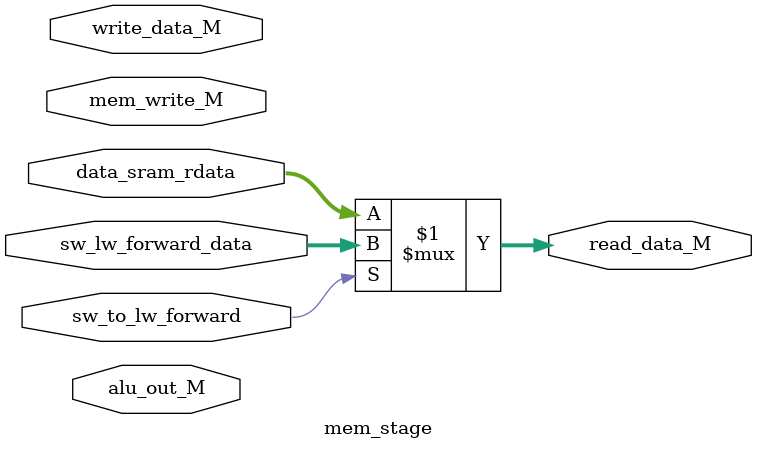
<source format=v>
module mem_stage(
    input wire [31:0] alu_out_M,
    input wire [31:0] write_data_M,
    input wire mem_write_M,
    input wire [31:0] data_sram_rdata,    //´ÓÄÚ´æ¶ÁµÄÊý
    input wire sw_to_lw_forward,
    input wire [31:0] sw_lw_forward_data,
    
    output wire [31:0] read_data_M
);

//Êý¾ÝÑ¡ÔñSW-LWÇ°µÝ »ò Õý³£ÄÚ´æ¶ÁÈ¡
assign read_data_M = sw_to_lw_forward ? sw_lw_forward_data : data_sram_rdata;

endmodule
</source>
